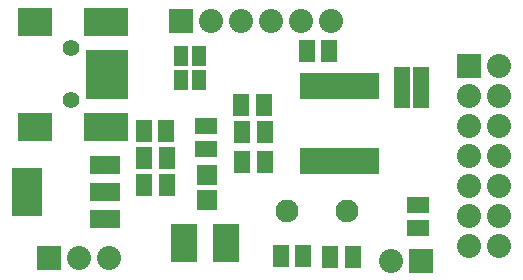
<source format=gts>
G04 (created by PCBNEW-RS274X (2011-12-28 BZR 3254)-stable) date 12/14/2012 5:03:44 PM*
G01*
G70*
G90*
%MOIN*%
G04 Gerber Fmt 3.4, Leading zero omitted, Abs format*
%FSLAX34Y34*%
G04 APERTURE LIST*
%ADD10C,0.006000*%
%ADD11R,0.056000X0.040000*%
%ADD12R,0.118000X0.098000*%
%ADD13R,0.149000X0.098000*%
%ADD14R,0.142000X0.040000*%
%ADD15C,0.056000*%
%ADD16R,0.036500X0.085000*%
%ADD17R,0.100000X0.164000*%
%ADD18R,0.100000X0.060000*%
%ADD19R,0.090000X0.130000*%
%ADD20R,0.055000X0.075000*%
%ADD21R,0.075000X0.055000*%
%ADD22R,0.045000X0.065000*%
%ADD23R,0.080000X0.080000*%
%ADD24C,0.080000*%
%ADD25R,0.067200X0.067200*%
%ADD26C,0.076000*%
G04 APERTURE END LIST*
G54D10*
G54D11*
X50583Y-27975D03*
X51211Y-27975D03*
X50583Y-27660D03*
X51211Y-27660D03*
X50583Y-27346D03*
X51211Y-27346D03*
X50583Y-27031D03*
X51211Y-27031D03*
G54D12*
X38355Y-25310D03*
X38355Y-28810D03*
G54D13*
X40700Y-25310D03*
X40700Y-28810D03*
G54D14*
X40735Y-26440D03*
X40735Y-26770D03*
X40735Y-27060D03*
X40735Y-27350D03*
X40735Y-27680D03*
G54D15*
X39555Y-26200D03*
X39555Y-27920D03*
G54D16*
X48372Y-29950D03*
X48628Y-29950D03*
X48884Y-29950D03*
X49140Y-29950D03*
X47608Y-27450D03*
X47604Y-29950D03*
X47860Y-29950D03*
X48116Y-29950D03*
X49396Y-27450D03*
X49140Y-27450D03*
X48884Y-27450D03*
X48628Y-27450D03*
X48372Y-27450D03*
X48116Y-27450D03*
X49396Y-29950D03*
X47860Y-27450D03*
X47348Y-29950D03*
X49652Y-29950D03*
X49652Y-27450D03*
X47348Y-27450D03*
G54D17*
X38090Y-31005D03*
G54D18*
X40690Y-31005D03*
X40690Y-30105D03*
X40690Y-31905D03*
G54D19*
X43300Y-32690D03*
X44700Y-32690D03*
G54D20*
X48191Y-33145D03*
X48941Y-33145D03*
G54D21*
X44040Y-29545D03*
X44040Y-28795D03*
X51100Y-31425D03*
X51100Y-32175D03*
G54D20*
X45995Y-29000D03*
X45245Y-29000D03*
X48150Y-26292D03*
X47400Y-26292D03*
X42734Y-29844D03*
X41984Y-29844D03*
X41975Y-30772D03*
X42725Y-30772D03*
X41966Y-28940D03*
X42716Y-28940D03*
X45994Y-29981D03*
X45244Y-29981D03*
X45972Y-28104D03*
X45222Y-28104D03*
X47282Y-33138D03*
X46532Y-33138D03*
G54D22*
X43200Y-27270D03*
X43800Y-27270D03*
X43210Y-26460D03*
X43810Y-26460D03*
G54D23*
X52800Y-26800D03*
G54D24*
X53800Y-26800D03*
X52800Y-27800D03*
X53800Y-27800D03*
X52800Y-28800D03*
X53800Y-28800D03*
X52800Y-29800D03*
X53800Y-29800D03*
X52800Y-30800D03*
X53800Y-30800D03*
X52800Y-31800D03*
X53800Y-31800D03*
X52800Y-32800D03*
X53800Y-32800D03*
G54D23*
X38795Y-33180D03*
G54D24*
X39795Y-33180D03*
X40795Y-33180D03*
G54D23*
X51200Y-33300D03*
G54D24*
X50200Y-33300D03*
G54D23*
X43200Y-25300D03*
G54D24*
X44200Y-25300D03*
X45200Y-25300D03*
X46200Y-25300D03*
X47200Y-25300D03*
X48200Y-25300D03*
G54D25*
X44070Y-31253D03*
X44070Y-30427D03*
G54D26*
X46730Y-31620D03*
X48730Y-31620D03*
M02*

</source>
